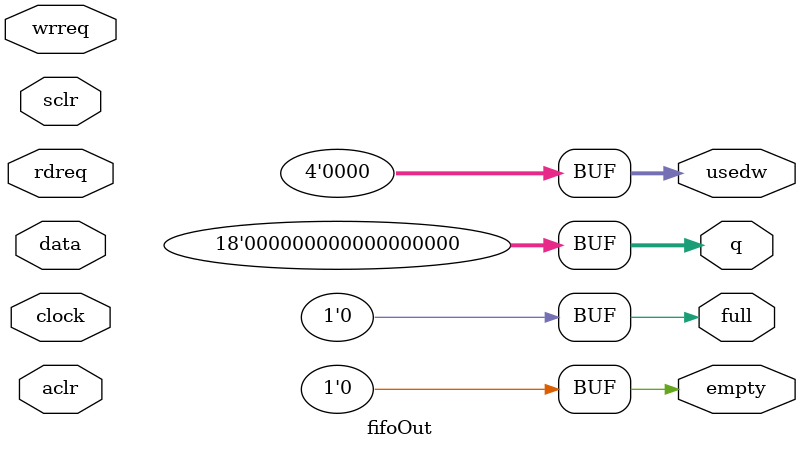
<source format=v>
module fifoOut(	// file.cleaned.mlir:2:3
  input         aclr,	// file.cleaned.mlir:2:25
                clock,	// file.cleaned.mlir:2:40
  input  [17:0] data,	// file.cleaned.mlir:2:56
  input         rdreq,	// file.cleaned.mlir:2:72
                sclr,	// file.cleaned.mlir:2:88
                wrreq,	// file.cleaned.mlir:2:103
  output        empty,	// file.cleaned.mlir:2:120
                full,	// file.cleaned.mlir:2:136
  output [17:0] q,	// file.cleaned.mlir:2:151
  output [3:0]  usedw	// file.cleaned.mlir:2:164
);

  assign empty = 1'h0;	// file.cleaned.mlir:3:14, :6:5
  assign full = 1'h0;	// file.cleaned.mlir:3:14, :6:5
  assign q = 18'h0;	// file.cleaned.mlir:4:15, :6:5
  assign usedw = 4'h0;	// file.cleaned.mlir:5:14, :6:5
endmodule


</source>
